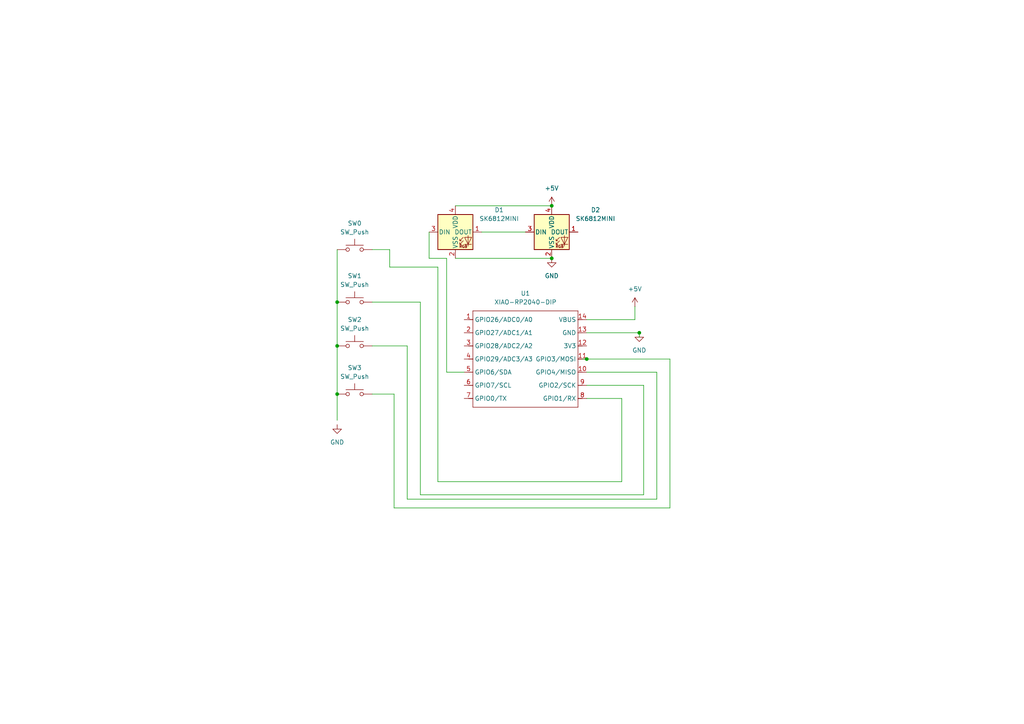
<source format=kicad_sch>
(kicad_sch (version 20250114) (generator "eeschema") (generator_version "9.0")
  (paper "A4")
  (lib_symbols
    (symbol "LED:SK6812MINI" (pin_names (offset 0.254))
      (property "Reference" "D" (at 5.08 5.715 0))
      (property "Value" "SK6812MINI" (at 1.27 -5.715 0))
      (symbol "SK6812MINI_0_0"
        (text "RGB" (at 2.286 -4.191 0) (effects (font (size 0.762 0.762))))
      )
      (symbol "SK6812MINI_0_1"
        (polyline (pts (xy 1.27 -2.54) (xy 1.778 -2.54)))
        (polyline (pts (xy 1.27 -3.556) (xy 1.778 -3.556)))
        (polyline (pts (xy 2.286 -1.524) (xy 1.27 -2.54) (xy 1.27 -2.032)))
        (polyline (pts (xy 2.286 -2.54) (xy 1.27 -3.556) (xy 1.27 -3.048)))
        (polyline (pts (xy 3.683 -1.016) (xy 3.683 -3.556) (xy 3.683 -4.064)))
        (polyline (pts (xy 4.699 -1.524) (xy 2.667 -1.524) (xy 3.683 -3.556) (xy 4.699 -1.524)))
        (polyline (pts (xy 4.699 -3.556) (xy 2.667 -3.556)))
        (rectangle (start 5.08 5.08) (end -5.08 -5.08) (stroke (width 0.254)) (fill (type background)))
      )
      (symbol "SK6812MINI_1_1"
        (pin input line (at -7.62 0 0) (length 2.54) (name "DIN") (number "3"))
        (pin power_in line (at 0 7.62 270) (length 2.54) (name "VDD") (number "4"))
        (pin power_in line (at 0 -7.62 90) (length 2.54) (name "VSS") (number "2"))
        (pin output line (at 7.62 0 180) (length 2.54) (name "DOUT") (number "1"))
      )
    )
    (symbol "Seeed:XIAO-RP2040-DIP"
      (property "Reference" "U" (at 0 0 0))
      (property "Value" "XIAO-RP2040-DIP" (at 5.334 -1.778 0))
      (symbol "XIAO-RP2040-DIP_1_0"
        (polyline (pts (xy -1.27 -2.54) (xy 29.21 -2.54)) (stroke (width 0.1524)))
        (polyline (pts (xy -1.27 -5.08) (xy -2.54 -5.08)) (stroke (width 0.1524)))
        (polyline (pts (xy -1.27 -5.08) (xy -1.27 -2.54)) (stroke (width 0.1524)))
        (polyline (pts (xy -1.27 -8.89) (xy -2.54 -8.89)) (stroke (width 0.1524)))
        (polyline (pts (xy -1.27 -8.89) (xy -1.27 -5.08)) (stroke (width 0.1524)))
        (polyline (pts (xy -1.27 -12.7) (xy -2.54 -12.7)) (stroke (width 0.1524)))
        (polyline (pts (xy -1.27 -12.7) (xy -1.27 -8.89)) (stroke (width 0.1524)))
        (polyline (pts (xy -1.27 -16.51) (xy -2.54 -16.51)) (stroke (width 0.1524)))
        (polyline (pts (xy -1.27 -16.51) (xy -1.27 -12.7)) (stroke (width 0.1524)))
        (polyline (pts (xy -1.27 -20.32) (xy -2.54 -20.32)) (stroke (width 0.1524)))
        (polyline (pts (xy -1.27 -24.13) (xy -2.54 -24.13)) (stroke (width 0.1524)))
        (polyline (pts (xy -1.27 -27.94) (xy -2.54 -27.94)) (stroke (width 0.1524)))
        (polyline (pts (xy -1.27 -30.48) (xy -1.27 -16.51)) (stroke (width 0.1524)))
        (polyline (pts (xy 29.21 -2.54) (xy 29.21 -5.08)) (stroke (width 0.1524)))
        (polyline (pts (xy 29.21 -5.08) (xy 29.21 -8.89)) (stroke (width 0.1524)))
        (polyline (pts (xy 29.21 -8.89) (xy 29.21 -12.7)) (stroke (width 0.1524)))
        (polyline (pts (xy 29.21 -12.7) (xy 29.21 -30.48)) (stroke (width 0.1524)))
        (polyline (pts (xy 29.21 -30.48) (xy -1.27 -30.48)) (stroke (width 0.1524)))
        (polyline (pts (xy 30.48 -5.08) (xy 29.21 -5.08)) (stroke (width 0.1524)))
        (polyline (pts (xy 30.48 -8.89) (xy 29.21 -8.89)) (stroke (width 0.1524)))
        (polyline (pts (xy 30.48 -12.7) (xy 29.21 -12.7)) (stroke (width 0.1524)))
        (polyline (pts (xy 30.48 -16.51) (xy 29.21 -16.51)) (stroke (width 0.1524)))
        (polyline (pts (xy 30.48 -20.32) (xy 29.21 -20.32)) (stroke (width 0.1524)))
        (polyline (pts (xy 30.48 -24.13) (xy 29.21 -24.13)) (stroke (width 0.1524)))
        (polyline (pts (xy 30.48 -27.94) (xy 29.21 -27.94)) (stroke (width 0.1524)))
        (pin passive line (at -3.81 -5.08 0) (length 2.54) (name "GPIO26/ADC0/A0") (number "1"))
        (pin passive line (at -3.81 -8.89 0) (length 2.54) (name "GPIO27/ADC1/A1") (number "2"))
        (pin passive line (at -3.81 -12.7 0) (length 2.54) (name "GPIO28/ADC2/A2") (number "3"))
        (pin passive line (at -3.81 -16.51 0) (length 2.54) (name "GPIO29/ADC3/A3") (number "4"))
        (pin passive line (at -3.81 -20.32 0) (length 2.54) (name "GPIO6/SDA") (number "5"))
        (pin passive line (at -3.81 -24.13 0) (length 2.54) (name "GPIO7/SCL") (number "6"))
        (pin passive line (at -3.81 -27.94 0) (length 2.54) (name "GPIO0/TX") (number "7"))
        (pin passive line (at 31.75 -5.08 180) (length 2.54) (name "VBUS") (number "14"))
        (pin passive line (at 31.75 -8.89 180) (length 2.54) (name "GND") (number "13"))
        (pin passive line (at 31.75 -12.7 180) (length 2.54) (name "3V3") (number "12"))
        (pin passive line (at 31.75 -16.51 180) (length 2.54) (name "GPIO3/MOSI") (number "11"))
        (pin passive line (at 31.75 -20.32 180) (length 2.54) (name "GPIO4/MISO") (number "10"))
        (pin passive line (at 31.75 -24.13 180) (length 2.54) (name "GPIO2/SCK") (number "9"))
        (pin passive line (at 31.75 -27.94 180) (length 2.54) (name "GPIO1/RX") (number "8"))
      )
    )
    (symbol "Switch:SW_Push" (pin_numbers (hide yes)) (pin_names (offset 1.016) (hide yes))
      (property "Reference" "SW" (at 1.27 2.54 0))
      (property "Value" "SW_Push" (at 0 -1.524 0))
      (symbol "SW_Push_0_1"
        (circle (center -2.032 0) (radius 0.508))
        (polyline (pts (xy 0 1.27) (xy 0 3.048)))
        (circle (center 2.032 0) (radius 0.508))
        (polyline (pts (xy 2.54 1.27) (xy -2.54 1.27)))
        (pin passive line (at -5.08 0 0) (length 2.54) (name "1") (number "1"))
        (pin passive line (at 5.08 0 180) (length 2.54) (name "2") (number "2"))
      )
    )
    (symbol "power:+5V" (power) (pin_numbers (hide yes)) (pin_names (offset 0) (hide yes))
      (property "Value" "+5V" (at 0 3.556 0))
      (symbol "+5V_0_1"
        (polyline (pts (xy -0.762 1.27) (xy 0 2.54)))
        (polyline (pts (xy 0 2.54) (xy 0.762 1.27)))
        (polyline (pts (xy 0 0) (xy 0 2.54)))
      )
      (symbol "+5V_1_1"
        (pin power_in line (at 0 0 90) (length 0) (name "~") (number "1"))
      )
    )
    (symbol "power:GND" (power) (pin_numbers (hide yes)) (pin_names (offset 0) (hide yes))
      (property "Value" "GND" (at 0 -3.81 0))
      (symbol "GND_0_1"
        (polyline (pts (xy 0 0) (xy 0 -1.27) (xy 1.27 -1.27) (xy 0 -2.54) (xy -1.27 -1.27) (xy 0 -1.27)))
      )
      (symbol "GND_1_1"
        (pin power_in line (at 0 0 270) (length 0) (name "~") (number "1"))
      )
    )
  )
  (junction (at 97.79 87.63))
  (junction (at 160.02 74.93))
  (junction (at 185.42 96.52))
  (junction (at 160.02 59.69))
  (junction (at 97.79 114.3))
  (junction (at 97.79 100.33))
  (junction (at 170.18 104.14))
  (wire (pts (xy 168.91 104.14) (xy 170.18 104.14)))
  (wire (pts (xy 185.42 96.52) (xy 170.18 96.52)))
  (wire (pts (xy 194.31 147.32) (xy 114.3 147.32)))
  (wire (pts (xy 180.34 139.7) (xy 127 139.7)))
  (wire (pts (xy 97.79 87.63) (xy 97.79 100.33)))
  (wire (pts (xy 170.18 107.95) (xy 190.5 107.95)))
  (wire (pts (xy 194.31 104.14) (xy 194.31 147.32)))
  (wire (pts (xy 185.42 97.79) (xy 185.42 96.52)))
  (wire (pts (xy 170.18 104.14) (xy 194.31 104.14)))
  (wire (pts (xy 186.69 111.76) (xy 186.69 143.51)))
  (wire (pts (xy 114.3 147.32) (xy 114.3 114.3)))
  (wire (pts (xy 121.92 143.51) (xy 121.92 87.63)))
  (wire (pts (xy 97.79 72.39) (xy 97.79 87.63)))
  (wire (pts (xy 97.79 114.3) (xy 97.79 121.92)))
  (wire (pts (xy 186.69 143.51) (xy 121.92 143.51)))
  (wire (pts (xy 139.7 67.31) (xy 152.4 67.31)))
  (wire (pts (xy 180.34 115.57) (xy 180.34 139.7)))
  (wire (pts (xy 118.11 100.33) (xy 107.95 100.33)))
  (wire (pts (xy 170.18 115.57) (xy 180.34 115.57)))
  (wire (pts (xy 129.54 74.93) (xy 129.54 107.95)))
  (wire (pts (xy 170.18 92.71) (xy 184.15 92.71)))
  (wire (pts (xy 190.5 107.95) (xy 190.5 144.78)))
  (wire (pts (xy 118.11 144.78) (xy 118.11 100.33)))
  (wire (pts (xy 97.79 100.33) (xy 97.79 114.3)))
  (wire (pts (xy 127 77.47) (xy 113.03 77.47)))
  (wire (pts (xy 129.54 107.95) (xy 134.62 107.95)))
  (wire (pts (xy 170.18 111.76) (xy 186.69 111.76)))
  (wire (pts (xy 113.03 72.39) (xy 107.95 72.39)))
  (wire (pts (xy 114.3 114.3) (xy 107.95 114.3)))
  (wire (pts (xy 124.46 74.93) (xy 129.54 74.93)))
  (wire (pts (xy 190.5 144.78) (xy 118.11 144.78)))
  (wire (pts (xy 184.15 92.71) (xy 184.15 88.9)))
  (wire (pts (xy 132.08 59.69) (xy 160.02 59.69)))
  (wire (pts (xy 132.08 74.93) (xy 160.02 74.93)))
  (wire (pts (xy 124.46 67.31) (xy 124.46 74.93)))
  (wire (pts (xy 113.03 77.47) (xy 113.03 72.39)))
  (wire (pts (xy 121.92 87.63) (xy 107.95 87.63)))
  (wire (pts (xy 127 139.7) (xy 127 77.47)))
  (symbol (lib_id "power:GND") (at 97.79 123.19 0) (unit 1)
    (property "Reference" "#PWR01" (effects (hide yes)))
    (property "Value" "GND" (at 97.79 128.27 0))
    (property "Description" "Power symbol creates a global label with name \"GND\" , ground" (effects (hide yes)))
  )
  (symbol (lib_id "LED:SK6812MINI") (at 160.02 67.31 0) (unit 1)
    (property "Reference" "D2" (at 172.72 60.8898 0))
    (property "Value" "SK6812MINI" (at 172.72 63.4298 0))
    (property "Footprint" "LED_SMD:LED_SK6812MINI_PLCC4_3.5x3.5mm_P1.75mm" (effects (hide yes)))
    (property "Datasheet" "https://cdn-shop.adafruit.com/product-files/2686/SK6812MINI_REV.01-1-2.pdf" (effects (hide yes)))
    (property "Description" "RGB LED with integrated controller" (effects (hide yes)))
  )
  (symbol (lib_id "power:+5V") (at 184.15 88.9 0) (unit 1)
    (property "Reference" "#PWR03" (effects (hide yes)))
    (property "Value" "+5V" (at 184.15 83.82 0))
    (property "Description" "Power symbol creates a global label with name \"+5V\"" (effects (hide yes)))
  )
  (symbol (lib_id "power:+5V") (at 160.02 59.69 0) (unit 1)
    (property "Reference" "#PWR04" (effects (hide yes)))
    (property "Value" "+5V" (at 160.02 54.61 0))
    (property "Description" "Power symbol creates a global label with name \"+5V\"" (effects (hide yes)))
  )
  (symbol (lib_id "Seeed:XIAO-RP2040-DIP") (at 138.43 87.63 0) (unit 1)
    (property "Reference" "U1" (at 152.4 85.09 0))
    (property "Value" "XIAO-RP2040-DIP" (at 152.4 87.63 0))
    (property "Footprint" "Seeed Studio XIAO Series Library:XIAO-RP2040-DIP" (effects (hide yes)))
  )
  (symbol (lib_id "Switch:SW_Push") (at 102.87 100.33 0) (unit 1)
    (property "Reference" "SW2" (at 102.87 92.71 0))
    (property "Value" "SW_Push" (at 102.87 95.25 0))
    (property "Footprint" "Button_Switch_Keyboard:SW_Cherry_MX_1.00u_PCB" (effects (hide yes)))
    (property "Description" "Push button switch, generic, two pins" (effects (hide yes)))
  )
  (symbol (lib_id "Switch:SW_Push") (at 102.87 114.3 0) (unit 1)
    (property "Reference" "SW3" (at 102.87 106.68 0))
    (property "Value" "SW_Push" (at 102.87 109.22 0))
    (property "Footprint" "Button_Switch_Keyboard:SW_Cherry_MX_1.00u_PCB" (effects (hide yes)))
    (property "Description" "Push button switch, generic, two pins" (effects (hide yes)))
  )
  (symbol (lib_id "Switch:SW_Push") (at 102.87 87.63 0) (unit 1)
    (property "Reference" "SW1" (at 102.87 80.01 0))
    (property "Value" "SW_Push" (at 102.87 82.55 0))
    (property "Footprint" "Button_Switch_Keyboard:SW_Cherry_MX_1.00u_PCB" (effects (hide yes)))
    (property "Description" "Push button switch, generic, two pins" (effects (hide yes)))
  )
  (symbol (lib_id "Switch:SW_Push") (at 102.87 72.39 0) (unit 1)
    (property "Reference" "SW0" (at 102.87 64.77 0))
    (property "Value" "SW_Push" (at 102.87 67.31 0))
    (property "Footprint" "Button_Switch_Keyboard:SW_Cherry_MX_1.00u_PCB" (effects (hide yes)))
    (property "Description" "Push button switch, generic, two pins" (effects (hide yes)))
  )
  (symbol (lib_id "LED:SK6812MINI") (at 132.08 67.31 0) (unit 1)
    (property "Reference" "D1" (at 144.78 60.8898 0))
    (property "Value" "SK6812MINI" (at 144.78 63.4298 0))
    (property "Footprint" "LED_SMD:LED_SK6812MINI_PLCC4_3.5x3.5mm_P1.75mm" (effects (hide yes)))
    (property "Datasheet" "https://cdn-shop.adafruit.com/product-files/2686/SK6812MINI_REV.01-1-2.pdf" (effects (hide yes)))
    (property "Description" "RGB LED with integrated controller" (effects (hide yes)))
  )
  (symbol (lib_id "power:GND") (at 185.42 96.52 0) (unit 1)
    (property "Reference" "#PWR02" (effects (hide yes)))
    (property "Value" "GND" (at 185.42 101.6 0))
    (property "Description" "Power symbol creates a global label with name \"GND\" , ground" (effects (hide yes)))
  )
  (symbol (lib_id "power:GND") (at 160.02 74.93 0) (unit 1)
    (property "Reference" "#PWR05" (effects (hide yes)))
    (property "Value" "GND" (at 160.02 80.01 0))
    (property "Description" "Power symbol creates a global label with name \"GND\" , ground" (effects (hide yes)))
  )
)
</source>
